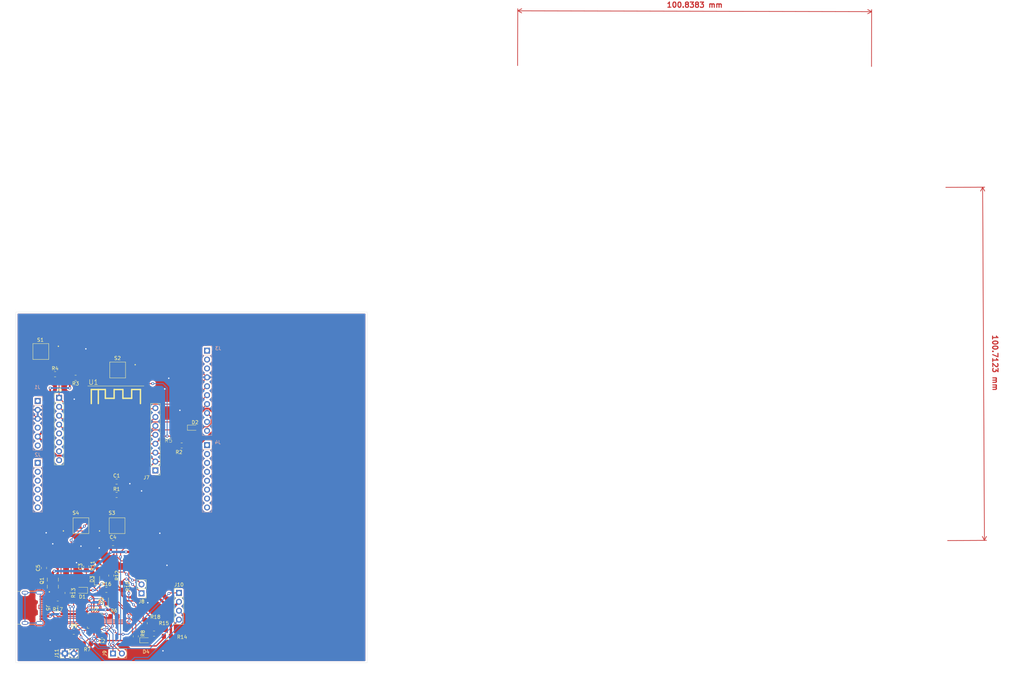
<source format=kicad_pcb>
(kicad_pcb (version 20211014) (generator pcbnew)
  (layers (0 "F.Cu" signal) (31 "B.Cu" signal) (34 "B.Paste" user) (35 "F.Paste" user) (36 "B.SilkS" user "B.Silkscreen") (37 "F.SilkS" user "F.Silkscreen") (38 "B.Mask" user) (39 "F.Mask" user) (44 "Edge.Cuts" user))
  (net 0 "")
  (net 1 "/3.3V1")
  (net 2 "GND")
  (net 3 "Net-(C2-Pad1)")
  (net 4 "Net-(C3-Pad1)")
  (net 5 "/VSNK_USBC")
  (net 6 "Net-(C4-Pad2)")
  (net 7 "Net-(C5-Pad1)")
  (net 8 "/VDD_USBC")
  (net 9 "Net-(D2-Pad1)")
  (net 10 "Net-(D3-Pad1)")
  (net 11 "Net-(D3-Pad2)")
  (net 12 "Net-(D4-Pad1)")
  (net 13 "Net-(D4-Pad2)")
  (net 14 "Net-(D5-Pad1)")
  (net 15 "Net-(D5-Pad2)")
  (net 17 "/5V_FPGA_OUT")
  (net 28 "/SCLK")
  (net 29 "/MISO")
  (net 30 "/MOSI")
  (net 31 "/GPIO15{slash}SS")
  (net 42 "Net-(J5-PadA5)")
  (net 43 "/D+")
  (net 44 "/D-")
  (net 46 "Net-(J5-PadB5)")
  (net 48 "unconnected-(J5-PadS1)")
  (net 49 "/ESP_RST")
  (net 50 "/ADC")
  (net 51 "/ESP_EN")
  (net 52 "/GPIO16")
  (net 58 "/LED_GPIO2_BOOT")
  (net 59 "/GPIO0")
  (net 60 "/GPIO4")
  (net 61 "/GPIO5")
  (net 62 "/RX")
  (net 63 "/TX")
  (net 64 "Net-(J8-Pad1)")
  (net 65 "Net-(J8-Pad2)")
  (net 66 "Net-(J9-Pad1)")
  (net 67 "Net-(J9-Pad2)")
  (net 68 "/alert")
  (net 69 "/USBC_SDA")
  (net 70 "/USBC_SCL")
  (net 71 "Net-(Q1-Pad4)")
  (net 72 "Net-(R6-Pad1)")
  (net 73 "Net-(R7-Pad2)")
  (net 74 "Net-(R8-Pad2)")
  (net 75 "Net-(R9-Pad1)")
  (net 76 "Net-(R13-Pad1)")
  (net 77 "Net-(R14-Pad1)")
  (footprint "TL3305AF160QG:SW_TL3305AF160QG" (layer "F.Cu") (at 144.276 100.969)
    (fp_text reference "S3")
    (fp_text value "TL3305AF160QG")
  )
  (footprint "LED_SMD:LED_0603_1608Metric_Pad1.05x0.95mm_HandSolder" (layer "F.Cu") (at 141.101 122.321 90)
    (fp_text reference "D5")
    (fp_text value "LED")
  )
  (footprint "Resistor_SMD:R_0805_2012Metric_Pad1.20x1.40mm_HandSolder" (layer "F.Cu") (at 132.461 58.801 180)
    (fp_text reference "R3")
    (fp_text value "10k")
  )
  (footprint "Resistor_SMD:R_0805_2012Metric_Pad1.20x1.40mm_HandSolder" (layer "F.Cu") (at 154.817 131.740856)
    (fp_text reference "R15")
    (fp_text value "1k")
  )
  (footprint "Connector_PinHeader_2.54mm:PinHeader_1x08_P2.54mm_Vertical" (layer "F.Cu") (at 155.194 85.217 180)
    (fp_text reference "J7")
    (fp_text value "Conn_01x08_Female")
  )
  (footprint "Resistor_SMD:R_0805_2012Metric_Pad1.20x1.40mm_HandSolder" (layer "F.Cu") (at 130.179 120.146 -90)
    (fp_text reference "R13")
    (fp_text value "2.2k")
  )
  (footprint "Resistor_SMD:R_0805_2012Metric_Pad1.20x1.40mm_HandSolder" (layer "F.Cu") (at 143.383 126.877)
    (fp_text reference "R6")
    (fp_text value "1k")
  )
  (footprint "TL3305AF160QG:SW_TL3305AF160QG" (layer "F.Cu") (at 144.43818 56.57229 180)
    (fp_text reference "S2")
    (fp_text value "TL3305AF160QG")
  )
  (footprint "Resistor_SMD:R_0805_2012Metric_Pad1.20x1.40mm_HandSolder" (layer "F.Cu") (at 149.61 132.518856 90)
    (fp_text reference "R8")
    (fp_text value "22k")
  )
  (footprint "Resistor_SMD:R_0805_2012Metric_Pad1.20x1.40mm_HandSolder" (layer "F.Cu") (at 141.228 119.273)
    (fp_text reference "R16")
    (fp_text value "1k")
  )
  (footprint "Resistor_SMD:R_0805_2012Metric_Pad1.20x1.40mm_HandSolder" (layer "F.Cu") (at 131.957 131.195)
    (fp_text reference "R9")
    (fp_text value "2.2k")
  )
  (footprint "Connector_PinHeader_2.54mm:PinHeader_1x02_P2.54mm_Vertical" (layer "F.Cu") (at 151.245 120.257 180)
    (fp_text reference "J8")
    (fp_text value "Conn_01x02_Male")
  )
  (footprint "Connector_PinHeader_2.54mm:PinHeader_1x04_P2.54mm_Vertical" (layer "F.Cu") (at 161.913 120.13)
    (fp_text reference "J10")
    (fp_text value "Conn_01x04_Male")
  )
  (footprint "Capacitor_SMD:C_0805_2012Metric_Pad1.18x1.45mm_HandSolder" (layer "F.Cu") (at 139.958 132.211 180)
    (fp_text reference "C2")
    (fp_text value "1uF")
  )
  (footprint "Resistor_SMD:R_0805_2012Metric_Pad1.20x1.40mm_HandSolder" (layer "F.Cu") (at 127.381 123.19 180)
    (fp_text reference "R17")
    (fp_text value "100k")
  )
  (footprint "Capacitor_SMD:C_0805_2012Metric_Pad1.18x1.45mm_HandSolder" (layer "F.Cu") (at 143.133 105.922)
    (fp_text reference "C4")
    (fp_text value "0.1uF")
  )
  (footprint "Resistor_SMD:R_0805_2012Metric_Pad1.20x1.40mm_HandSolder" (layer "F.Cu") (at 152.15 128.782 90)
    (fp_text reference "R18")
    (fp_text value "100")
  )
  (footprint "Resistor_SMD:R_0805_2012Metric_Pad1.20x1.40mm_HandSolder" (layer "F.Cu") (at 142.625 115.193 -90)
    (fp_text reference "R12")
    (fp_text value "100k")
  )
  (footprint "Diode_SMD:D_SOD-323" (layer "F.Cu") (at 134.37 119.384 180)
    (fp_text reference "D1")
    (fp_text value "BAT60A")
  )
  (footprint "TL3305AF160QG:SW_TL3305AF160QG" (layer "F.Cu") (at 122.555 51.308 180)
    (fp_text reference "S1")
    (fp_text value "TL3305AF160QG")
  )
  (footprint "Resistor_SMD:R_0805_2012Metric_Pad1.20x1.40mm_HandSolder" (layer "F.Cu") (at 145.673 118.257 -90)
    (fp_text reference "R10")
    (fp_text value "100k")
  )
  (footprint "LED_SMD:LED_0603_1608Metric_Pad1.05x0.95mm_HandSolder" (layer "F.Cu") (at 138.561 116.209 90)
    (fp_text reference "D3")
    (fp_text value "LED")
  )
  (footprint "445:R0805" (layer "F.Cu") (at 162.179 75.438)
    (fp_text reference "R5")
    (fp_text value "R-US_R0805")
  )
  (footprint "Connector_PinHeader_2.54mm:PinHeader_1x02_P2.54mm_Vertical" (layer "F.Cu") (at 143.112 137.402 90)
    (fp_text reference "J9")
    (fp_text value "Conn_01x02_Male")
  )
  (footprint "TL3305AF160QG:SW_TL3305AF160QG" (layer "F.Cu") (at 133.989 100.969)
    (fp_text reference "S4")
    (fp_text value "TL3305AF160QG")
  )
  (footprint "STL6P3LLH6:TRANS_STL6P3LLH6" (layer "F.Cu") (at 125.988 117.352 90)
    (fp_text reference "Q1")
    (fp_text value "STL6P3LLH6")
  )
  (footprint "Resistor_SMD:R_0805_2012Metric_Pad1.20x1.40mm_HandSolder" (layer "F.Cu") (at 162.687 78.105)
    (fp_text reference "R2")
    (fp_text value "10k")
  )
  (footprint "Resistor_SMD:R_0805_2012Metric_Pad1.20x1.40mm_HandSolder" (layer "F.Cu") (at 158.611 132.502856)
    (fp_text reference "R14")
    (fp_text value "1k")
  )
  (footprint "Resistor_SMD:R_0805_2012Metric_Pad1.20x1.40mm_HandSolder" (layer "F.Cu") (at 144.145 92.202)
    (fp_text reference "R1")
    (fp_text value "10k")
  )
  (footprint "Connector_USB:USB_C_Receptacle_GCT_USB4105-xx-A_16P_TopMnt_Horizontal" (layer "F.Cu") (at 119.109 124.385951 -90)
    (fp_text reference "J5")
    (fp_text value "USB_C_Receptacle_USB2.0")
  )
  (footprint "Capacitor_SMD:C_0805_2012Metric_Pad1.18x1.45mm_HandSolder" (layer "F.Cu") (at 123.448 113.034 90)
    (fp_text reference "C5")
    (fp_text value "1uF")
  )
  (footprint "Resistor_SMD:R_0805_2012Metric_Pad1.20x1.40mm_HandSolder" (layer "F.Cu") (at 126.619 57.785)
    (fp_text reference "R4")
    (fp_text value "10k")
  )
  (footprint "Package_DFN_QFN:QFN-24-1EP_4x4mm_P0.5mm_EP2.7x2.7mm" (layer "F.Cu") (at 137.926 128.147)
    (fp_text reference "U2")
    (fp_text value "STUSB4500QTR")
  )
  (footprint "Connector_PinHeader_2.54mm:PinHeader_1x08_P2.54mm_Vertical" (layer "F.Cu") (at 127.762 64.516)
    (fp_text reference "J6")
    (fp_text value "Conn_01x08_Female")
  )
  (footprint "Connector_PinHeader_2.54mm:PinHeader_1x02_P2.54mm_Vertical" (layer "F.Cu") (at 129.401 137.402 90)
    (fp_text reference "J11")
    (fp_text value "Conn_01x02_Male")
  )
  (footprint "Capacitor_SMD:C_0805_2012Metric_Pad1.18x1.45mm_HandSolder" (layer "F.Cu") (at 144.145 88.392)
    (fp_text reference "C1")
    (fp_text value "1uF")
  )
  (footprint "Capacitor_SMD:C_0805_2012Metric_Pad1.18x1.45mm_HandSolder" (layer "F.Cu") (at 135.513 112.653 90)
    (fp_text reference "C3")
    (fp_text value "1uF")
  )
  (footprint "Resistor_SMD:R_0805_2012Metric_Pad1.20x1.40mm_HandSolder" (layer "F.Cu") (at 138.942 112.399 90)
    (fp_text reference "R11")
    (fp_text value "1k")
  )
  (footprint "ESP-12F:ESP-12F" (layer "F.Cu") (at 143.55768 73.71729)
    (property "VALUE" "ESP-12F")
    (fp_text reference "U1")
    (fp_text value "ESP-12F")
  )
  (footprint "Resistor_SMD:R_0805_2012Metric_Pad1.20x1.40mm_HandSolder" (layer "F.Cu") (at 135.783 134.624 180)
    (fp_text reference "R7")
    (fp_text value "100k")
  )
  (footprint "LED_SMD:LED_0603_1608Metric_Pad1.05x0.95mm_HandSolder" (layer "F.Cu") (at 152.404 133.645856)
    (fp_text reference "D4")
    (fp_text value "LED")
  )
  (footprint "LED_SMD:LED_0603_1608Metric_Pad1.05x0.95mm_HandSolder" (layer "F.Cu") (at 165.989 73.025)
    (fp_text reference "D2")
    (fp_text value "LED")
  )
  (footprint "Connector_PinHeader_2.54mm:PinHeader_1x10_P2.54mm_Vertical" (layer "B.Cu") (at 169.926 51.059 180)
    (fp_text reference "J3")
    (fp_text value "Conn_01x10_Male")
  )
  (footprint "Connector_PinHeader_2.54mm:PinHeader_1x06_P2.54mm_Vertical" (layer "B.Cu") (at 121.666 65.405 180)
    (fp_text reference "J1")
    (fp_text value "Conn_01x06_Male")
  )
  (footprint "Connector_PinHeader_2.54mm:PinHeader_1x06_P2.54mm_Vertical" (layer "B.Cu") (at 121.666 83.058 180)
    (fp_text reference "J2")
    (fp_text value "Conn_01x06_Male")
  )
  (footprint "Connector_PinHeader_2.54mm:PinHeader_1x08_P2.54mm_Vertical" (layer "B.Cu") (at 169.926 77.993 180)
    (fp_text reference "J4")
    (fp_text value "Conn_01x08_Male")
  )
  (gr_rect (start 115.443 40.005) (end 215.519 140.081) (layer "Edge.Cuts") (width 0.05) (fill none))
  (dimension (type aligned) (layer "F.Cu") (pts (xy 380.413326 105.211489) (xy 379.905326 4.500489)) (height 11.000814) (gr_text "100.7123 mm" (at 394.462 54.538489 -89.71099474) (layer "F.Cu") (effects (font (size 1.5 1.5) (thickness 0.3)))) (format (units 3) (units_format 1) (precision 4)) (style (thickness 0.2) (arrow_length 1.27) (text_position_mode 2) (extension_height 0.58642) (extension_offset 0.5) keep_text_aligned))
  (dimension (type aligned) (layer "F.Cu") (pts (xy 258.40438 -29.720982) (xy 359.24238 -29.466982)) (height -16.126069) (gr_text "100.8383 mm" (at 308.868534 -47.519994 359.8556784) (layer "F.Cu") (effects (font (size 1.5 1.5) (thickness 0.3)))) (format (units 3) (units_format 1) (precision 4)) (style (thickness 0.2) (arrow_length 1.27) (text_position_mode 0) (extension_height 0.58642) (extension_offset 0.5) keep_text_aligned))
  (segment (start 152.311762 93.3044) (end 172.339 73.277162) (width 0.5) (layer "F.Cu") (net 1))
  (segment (start 142.1426 89.3569) (end 142.1426 92.922233) (width 0.5) (layer "F.Cu") (net 1))
  (segment (start 130.81 61.722) (end 130.81 59.452) (width 0.5) (layer "F.Cu") (net 1))
  (segment (start 121.666 75.565) (end 125.222 72.009) (width 0.5) (layer "F.Cu") (net 1))
  (segment (start 142.1426 92.922233) (end 142.524767 93.3044) (width 0.5) (layer "F.Cu") (net 1))
  (segment (start 135.53288 83.64729) (end 135.93768 83.64729) (width 0.5) (layer "F.Cu") (net 1))
  (segment (start 166.864 70.118) (end 166.864 73.025) (width 0.5) (layer "F.Cu") (net 1))
  (segment (start 128.635 58.801) (end 127.619 57.785) (width 0.5) (layer "F.Cu") (net 1))
  (segment (start 169.3954 67.5866) (end 166.864 70.118) (width 0.5) (layer "F.Cu") (net 1))
  (segment (start 132.89399 81.0084) (end 135.53288 83.64729) (width 0.5) (layer "F.Cu") (net 1))
  (segment (start 172.339 69.480838) (end 170.444762 67.5866) (width 0.5) (layer "F.Cu") (net 1))
  (segment (start 121.666 75.565) (end 127.1094 81.0084) (width 0.5) (layer "F.Cu") (net 1))
  (segment (start 142.524767 93.3044) (end 152.311762 93.3044) (width 0.5) (layer "F.Cu") (net 1))
  (segment (start 135.93768 84.64729) (end 139.68239 88.392) (width 0.5) (layer "F.Cu") (net 1))
  (segment (start 125.222 72.009) (end 125.222 61.722) (width 0.5) (layer "F.Cu") (net 1))
  (segment (start 135.93768 83.64729) (end 135.93768 84.64729) (width 0.5) (layer "F.Cu") (net 1))
  (segment (start 166.864 73.025) (end 166.864 74.928) (width 0.5) (layer "F.Cu") (net 1))
  (segment (start 131.461 58.801) (end 128.635 58.801) (width 0.5) (layer "F.Cu") (net 1))
  (segment (start 139.68239 88.392) (end 143.1075 88.392) (width 0.5) (layer "F.Cu") (net 1))
  (segment (start 130.81 59.452) (end 131.461 58.801) (width 0.5) (layer "F.Cu") (net 1))
  (segment (start 166.864 74.928) (end 163.687 78.105) (width 0.5) (layer "F.Cu") (net 1))
  (segment (start 170.444762 67.5866) (end 169.3954 67.5866) (width 0.5) (layer "F.Cu") (net 1))
  (segment (start 172.339 73.277162) (end 172.339 69.480838) (width 0.5) (layer "F.Cu") (net 1))
  (segment (start 127.1094 81.0084) (end 132.89399 81.0084) (width 0.5) (layer "F.Cu") (net 1))
  (segment (start 143.1075 88.392) (end 142.1426 89.3569) (width 0.5) (layer "F.Cu") (net 1))
  (via (at 125.222 61.722) (size 0.8) (drill 0.4) (layers "F.Cu" "B.Cu") (net 1))
  (via (at 130.81 61.722) (size 0.8) (drill 0.4) (layers "F.Cu" "B.Cu") (net 1))
  (segment (start 125.222 61.722) (end 130.81 61.722) (width 0.5) (layer "B.Cu") (net 1))
  (segment (start 131.941 137.402) (end 129.401 137.402) (width 0.25) (layer "F.Cu") (net 2))
  (segment (start 123.554 120.420951) (end 122.789 121.185951) (width 0.25) (layer "F.Cu") (net 2))
  (segment (start 146.939 88.392) (end 147.539859 88.992859) (width 0.25) (layer "F.Cu") (net 2))
  (segment (start 132.719 111.51) (end 135.4075 111.51) (width 0.25) (layer "F.Cu") (net 2))
  (segment (start 117.8776 66.6966) (end 117.8776 50.8854) (width 0.25) (layer "F.Cu") (net 2))
  (segment (start 126.155 49.808) (end 131.41929 55.07229) (width 0.25) (layer "F.Cu") (net 2))
  (segment (start 120.4 116.65108) (end 122.717551 118.968631) (width 0.25) (layer "F.Cu") (net 2))
  (segment (start 122.717551 119.288551) (end 123.08601 119.288551) (width 0.25) (layer "F.Cu") (net 2))
  (segment (start 123.08601 129.483351) (end 123.5414 129.027961) (width 0.25) (layer "F.Cu") (net 2))
  (segment (start 133.703 135.64) (end 131.068 135.64) (width 0.25) (layer "F.Cu") (net 2))
  (segment (start 138.303 131.5935) (end 138.303 130.629691) (width 0.25) (layer "F.Cu") (net 2))
  (segment (start 138.303 130.629691) (end 138.176 130.502691) (width 0.25) (layer "F.Cu") (net 2))
  (segment (start 120.8866 119.743941) (end 120.8866 129.027961) (width 0.25) (layer "F.Cu") (net 2))
  (segment (start 152.146 58.13011) (end 154.01511 58.13011) (width 0.25) (layer "F.Cu") (net 2))
  (segment (start 154.01511 58.13011) (end 157.861 61.976) (width 0.25) (layer "F.Cu") (net 2))
  (segment (start 166.629 61.976) (end 169.926 58.679) (width 0.25) (layer "F.Cu") (net 2))
  (segment (start 138.176 130.502691) (end 138.176 130.1095) (width 0.25) (layer "F.Cu") (net 2))
  (segment (start 135.767 135.64) (end 133.703 135.64) (width 0.25) (layer "F.Cu") (net 2))
  (segment (start 126.155 49.808) (end 118.955 49.808) (width 0.25) (layer "F.Cu") (net 2))
  (segment (start 136.783 134.624) (end 135.767 135.64) (width 0.25) (layer "F.Cu") (net 2))
  (segment (start 133.703 135.64) (end 131.941 137.402) (width 0.25) (layer "F.Cu") (net 2))
  (segment (start 120.8866 129.027961) (end 121.34199 129.483351) (width 0.25) (layer "F.Cu") (net 2))
  (segment (start 123.554 119.756541) (end 123.554 120.420951) (width 0.25) (layer "F.Cu") (net 2))
  (segment (start 131.068 135.64) (end 131.052 135.624) (width 0.25) (layer "F.Cu") (net 2))
  (segment (start 166.31929 55.07229) (end 169.926 58.679) (width 0.25) (layer "F.Cu") (net 2))
  (segment (start 146.939 88.392) (end 147.94297 88.392) (width 0.25) (layer "F.Cu") (net 2))
  (segment (start 123.08601 119.288551) (end 123.554 119.756541) (width 0.25) (layer "F.Cu") (net 2))
  (segment (start 138.176 130.1095) (end 138.176 128.397) (width 0.25) (layer "F.Cu") (net 2))
  (segment (start 131.052 135.624) (end 130.798 135.624) (width 0.25) (layer "F.Cu") (net 2))
  (segment (start 147.94297 88.392) (end 151.93768 84.39729) (width 0.25) (layer "F.Cu") (net 2))
  (segment (start 120.4 115.0445) (end 120.4 116.65108) (width 0.25) (layer "F.Cu") (net 2))
  (segment (start 145.1825 88.392) (end 146.939 88.392) (width 0.25) (layer "F.Cu") (net 2))
  (segment (start 129.02 133.846) (end 129.02 133.816951) (width 0.25) (layer "F.Cu") (net 2))
  (segment (start 143.9125 91.4345) (end 143.9125 89.662) (width 0.25) (layer "F.Cu") (net 2))
  (segment (start 121.34199 119.288551) (end 120.8866 119.743941) (width 0.25) (layer "F.Cu") (net 2))
  (segment (start 121.666 70.485) (end 117.8776 66.6966) (width 0.25) (layer "F.Cu") (net 2))
  (segment (start 121.34199 129.483351) (end 123.08601 129.483351) (width 0.25) (layer "F.Cu") (net 2))
  (segment (start 131.41929 55.07229) (end 140.83818 55.07229) (width 0.25) (layer "F.Cu") (net 2))
  (segment (start 149.08818 55.07229) (end 152.146 58.13011) (width 0.25) (layer "F.Cu") (net 2))
  (segment (start 130.798 135.624) (end 129.02 133.846) (width 0.25) (layer "F.Cu") (net 2))
  (segment (start 143.9125 89.662) (end 145.1825 88.392) (width 0.25) (layer "F.Cu") (net 2))
  (segment (start 157.861 61.976) (end 166.629 61.976) (width 0.25) (layer "F.Cu") (net 2))
  (segment (start 123.448 108.647718) (end 123.448 111.9965) (width 0.25) (layer "F.Cu") (net 2))
  (segment (start 123.5414 128.338351) (end 122.789 127.585951) (width 0.25) (layer "F.Cu") (net 2))
  (segment (start 148.03818 55.07229) (end 149.08818 55.07229) (width 0.25) (layer "F.Cu") (net 2))
  (segment (start 147.539859 88.992859) (end 147.920859 88.992859) (width 0.25) (layer "F.Cu") (net 2))
  (segment (start 125.953859 106.141859) (end 123.448 108.647718) (width 0.25) (layer "F.Cu") (net 2))
  (segment locked (start 121.666 70.485) (end 121.666 67.945) (width 0.25) (layer "F.Cu") (net 2))
  (segment (start 140.83818 55.07229) (end 148.03818 55.07229) (width 0.25) (layer "F.Cu") (net 2))
  (segment (start 138.9205 132.4865) (end 136.783 134.624) (width 0.25) (layer "F.Cu") (net 2))
  (segment (start 129.02 133.816951) (end 122.789 127.585951) (width 0.25) (layer "F.Cu") (net 2))
  (segment (start 122.717551 118.968631) (end 122.717551 119.288551) (width 0.25) (layer "F.Cu") (net 2))
  (segment (start 148.03818 55.07229) (end 166.31929 55.07229) (width 0.25) (layer "F.Cu") (net 2))
  (segment (start 138.9205 132.211) (end 138.303 131.5935) (width 0.25) (layer "F.Cu") (net 2))
  (segment (start 123.448 111.9965) (end 120.4 115.0445) (width 0.25) (layer "F.Cu") (net 2))
  (segment (start 143.145 92.202) (end 143.9125 91.4345) (width 0.25) (layer "F.Cu") (net 2))
  (segment (start 117.8776 50.8854) (end 118.955 49.808) (width 0.25) (layer "F.Cu") (net 2))
  (segment (start 151.93768 84.39729) (end 151.93768 83.64729) (width 0.25) (layer "F.Cu") (net 2))
  (segment (start 123.5414 129.027961) (end 123.5414 128.338351) (width 0.25) (layer "F.Cu") (net 2))
  (segment (start 122.717551 119.288551) (end 121.34199 119.288551) (width 0.25) (layer "F.Cu") (net 2))
  (via (at 153.035 122.936) (size 0.8) (drill 0.4) (layers "F.Cu" "B.Cu") (net 2))
  (via (at 156.464 103.124) (size 0.8) (drill 0.4) (layers "F.Cu" "B.Cu") (net 2))
  (via (at 124.079 102.997) (size 0.8) (drill 0.4) (layers "F.Cu" "B.Cu") (net 2))
  (via (at 162.179 68.072) (size 0.8) (drill 0.4) (layers "F.Cu" "B.Cu") (net 2))
  (via (at 132.719 111.51) (size 0.8) (drill 0.4) (layers "F.Cu" "B.Cu") (net 2))
  (via (at 125.222 133.604) (size 0.8) (drill 0.4) (layers "F.Cu" "B.Cu") (net 2))
  (via (at 157.861 61.976) (size 0.8) (drill 0.4) (layers "F.Cu" "B.Cu") (net 2))
  (via (at 135.382 50.546) (size 0.8) (drill 0.4) (layers "F.Cu" "B.Cu") (net 2))
  (via (at 158.496 112.268) (size 0.8) (drill 0.4) (layers "F.Cu" "B.Cu") (net 2))
  (via (at 132.08 64.897) (size 0.8) (drill 0.4) (layers "F.Cu" "B.Cu") (net 2))
  (via (at 147.920859 88.992859) (size 0.8) (drill 0.4) (layers "F.Cu" "B.Cu") (net 2))
  (via (at 139.192 107.315) (size 0.8) (drill 0.4) (layers "F.Cu" "B.Cu") (net 2))
  (via (at 151.257 91.059) (size 0.8) (drill 0.4) (layers "F.Cu" "B.Cu") (net 2))
  (via (at 125.953859 106.141859) (size 0.8) (drill 0.4) (layers "F.Cu" "B.Cu") (net 2))
  (via (at 159.004 58.928) (size 0.8) (drill 0.4) (layers "F.Cu" "B.Cu") (net 2))
  (via (at 157.353 136.652) (size 0.8) (drill 0.4) (layers "F.Cu" "B.Cu") (net 2))
  (via (at 133.985 106.807) (size 0.8) (drill 0.4) (layers "F.Cu" "B.Cu") (net 2))
  (segment (start 147.920859 89.35023) (end 147.920859 88.992859) (width 0.25) (layer "B.Cu") (net 2))
  (segment (start 125.953859 106.141859) (end 131.12923 106.141859) (width 0.25) (layer "B.Cu") (net 2))
  (segment (start 131.12923 106.141859) (end 147.920859 89.35023) (width 0.25) (layer "B.Cu") (net 2))
  (segment (start 147.920859 88.992859) (end 153.672941 88.992859) (width 0.25) (layer "B.Cu") (net 2))
  (segment (start 157.861 84.8048) (end 157.861 61.976) (width 0.25) (layer "B.Cu") (net 2))
  (segment (start 125.953859 106.141859) (end 131.322 111.51) (width 0.25) (layer "B.Cu") (net 2))
  (segment (start 153.672941 88.992859) (end 157.861 84.8048) (width 0.25) (layer "B.Cu") (net 2))
  (segment (start 131.322 111.51) (end 132.719 111.51) (width 0.25) (layer "B.Cu") (net 2))
  (segment (start 137.176 125.645091) (end 137.176 126.1845) (width 0.25) (layer "F.Cu") (net 3))
  (segment (start 140.9955 132.211) (end 140.9955 131.5804) (width 0.25) (layer "F.Cu") (net 3))
  (segment (start 140.9955 131.5804) (end 143.002 129.5739) (width 0.25) (layer "F.Cu") (net 3))
  (segment (start 136.779 121.793) (end 136.508 122.064) (width 0.25) (layer "F.Cu") (net 3))
  (segment (start 136.9524 125.421491) (end 137.176 125.645091) (width 0.25) (layer "F.Cu") (net 3))
  (segment (start 133.32 119.384) (end 136.508 122.572) (width 0.25) (layer "F.Cu") (net 3))
  (segment (start 136.508 122.572) (end 136.9524 123.0164) (width 0.25) (layer "F.Cu") (net 3))
  (segment (start 136.508 122.064) (end 136.508 122.572) (width 0.25) (layer "F.Cu") (net 3))
  (segment (start 136.9524 123.0164) (end 136.9524 125.421491) (width 0.25) (layer "F.Cu") (net 3))
  (via (at 136.779 121.793) (size 0.8) (drill 0.4) (layers "F.Cu" "B.Cu") (net 3))
  (via (at 143.002 129.5739) (size 0.8) (drill 0.4) (layers "F.Cu" "B.Cu") (net 3))
  (segment (start 139.827 122.174) (end 139.446 121.793) (width 0.25) (layer "B.Cu") (net 3))
  (segment (start 139.446 121.793) (end 136.779 121.793) (width 0.25) (layer "B.Cu") (net 3))
  (segment (start 143.002 129.5739) (end 143.002 126.042011) (width 0.25) (layer "B.Cu") (net 3))
  (segment (start 140.716 123.756011) (end 140.716 123.19) (width 0.25) (layer "B.Cu") (net 3))
  (segment (start 143.002 126.042011) (end 140.716 123.756011) (width 0.25) (layer "B.Cu") (net 3))
  (segment (start 140.716 123.063) (end 139.827 122.174) (width 0.25) (layer "B.Cu") (net 3))
  (segment (start 140.716 123.19) (end 140.716 123.063) (width 0.25) (layer "B.Cu") (net 3))
  (segment (start 135.513 116.336) (end 135.513 113.6905) (width 0.25) (layer "F.Cu") (net 4))
  (segment (start 138.9482 120.108136) (end 138.9482 119.7712) (width 0.25) (layer "F.Cu") (net 4))
  (segment (start 139.2976 124.175471) (end 138.766709 123.64458) (width 0.25) (layer "F.Cu") (net 4))
  (segment (start 139.9462 121.57055) (end 139.9462 121.106136) (width 0.25) (layer "F.Cu") (net 4))
  (segment (start 138.766709 122.750042) (end 139.9462 121.57055) (width 0.25) (layer "F.Cu") (net 4))
  (segment (start 138.176 126.1845) (end 138.176 125.722229) (width 0.25) (layer "F.Cu") (net 4))
  (segment (start 138.176 125.722229) (end 139.2976 124.600629) (width 0.25) (layer "F.Cu") (net 4))
  (segment (start 138.766709 123.64458) (end 138.766709 122.750042) (width 0.25) (layer "F.Cu") (net 4))
  (segment (start 139.2976 124.600629) (end 139.2976 124.175471) (width 0.25) (layer "F.Cu") (net 4))
  (segment (start 138.9482 119.7712) (end 135.513 116.336) (width 0.25) (layer "F.Cu") (net 4))
  (segment (start 139.9462 121.106136) (end 138.9482 120.108136) (width 0.25) (layer "F.Cu") (net 4))
  (segment (start 142.494 106.3205) (end 142.0955 105.922) (width 0.675) (layer "F.Cu") (net 5))
  (segment (start 151.003 108.458) (end 146.812 108.458) (width 0.675) (layer "F.Cu") (net 5))
  (segment (start 125.988 116.652) (end 125.988 114.296) (width 0.675) (layer "F.Cu") (net 5))
  (segment (start 153.543 118.904) (end 153.543 110.998) (width 0.675) (layer "F.Cu") (net 5))
  (segment (start 159.611 124.972) (end 161.913 122.67) (width 0.675) (layer "F.Cu") (net 5))
  (segment (start 142.494 108.458) (end 142.494 106.3205) (width 0.675) (layer "F.Cu") (net 5))
  (segment (start 125.988 114.296) (end 126.365 113.919) (width 0.675) (layer "F.Cu") (net 5))
  (segment (start 159.611 132.502856) (end 159.611 124.972) (width 0.675) (layer "F.Cu") (net 5))
  (segment (start 153.543 110.998) (end 151.003 108.458) (width 0.675) (layer "F.Cu") (net 5))
  (segment (start 159.611 124.972) (end 153.543 118.904) (width 0.675) (layer "F.Cu") (net 5))
  (via (at 142.494 108.458) (size 0.8) (drill 0.4) (layers "F.Cu" "B.Cu") (net 5))
  (via (at 126.365 113.919) (size 0.8) (drill 0.4) (layers "F.Cu" "B.Cu") (net 5))
  (via (at 146.812 108.458) (size 0.8) (drill 0.4) (layers "F.Cu" "B.Cu") (net 5))
  (segment (start 146.812 108.458) (end 142.494 108.458) (width 0.675) (layer "B.Cu") (net 5))
  (segment (start 142.494 108.458) (end 137.033 113.919) (width 0.675) (layer "B.Cu") (net 5))
  (segment (start 137.033 113.919) (end 126.365 113.919) (width 0.675) (layer "B.Cu") (net 5))
  (segment (start 144.1705 109.695489) (end 145.473011 110.998) (width 0.25) (layer "F.Cu") (net 6))
  (segment (start 149.004359 123.545641) (end 151.769 126.310282) (width 0.25) (layer "F.Cu") (net 6))
  (segment (start 147.066 110.998) (end 147.612141 111.544141) (width 0.25) (layer "F.Cu") (net 6))
  (segment (start 151.769 126.310282) (end 151.769 127.401) (width 0.25) (layer "F.Cu") (net 6))
  (segment (start 145.473011 110.998) (end 147.066 110.998) (width 0.25) (layer "F.Cu") (net 6))
  (segment (start 147.612141 111.544141) (end 147.612141 120.238859) (width 0.25) (layer "F.Cu") (net 6))
  (segment (start 144.1705 105.922) (end 144.1705 109.695489) (width 0.25) (layer "F.Cu") (net 6))
  (via (at 147.612141 120.238859) (size 0.8) (drill 0.4) (layers "F.Cu" "B.Cu") (net 6))
  (via (at 149.004359 123.545641) (size 0.8) (drill 0.4) (layers "F.Cu" "B.Cu") (net 6))
  (segment (start 147.612141 120.238859) (end 147.612141 122.153423) (width 0.25) (layer "B.Cu") (net 6))
  (segment (start 147.612141 122.153423) (end 149.004359 123.545641) (width 0.25) (layer "B.Cu") (net 6))
  (segment (start 127.889 126.2201) (end 127.9246 126.1845) (width 0.675) (layer "F.Cu") (net 7))
  (segment (start 129.3755 126.1845) (end 134.6935 126.1845) (width 0.675) (layer "F.Cu") (net 7))
  (segment (start 126.381 123.19) (end 129.3755 126.1845) (width 0.675) (layer "F.Cu") (net 7))
  (segment (start 140.97 124.968) (end 142.474 124.968) (width 0.675) (layer "F.Cu") (net 7))
  (segment (start 123.063 118.11) (end 123.063 114.4565) (width 0.675) (layer "F.Cu") (net 7))
  (segment (start 125.013 118.877) (end 123.83 118.877) (width 0.675) (layer "F.Cu") (net 7))
  (segment (start 123.83 118.877) (end 123.063 118.11) (width 0.675) (layer "F.Cu") (net 7))
  (segment (start 134.6935 126.1845) (end 134.9275 126.1845) (width 0.675) (layer "F.Cu") (net 7))
  (segment (start 134.9275 126.1845) (end 136.144 124.968) (width 0.675) (layer "F.Cu") (net 7))
  (segment (start 134.6935 126.1845) (end 136.5611 126.1845) (width 0.675) (layer "F.Cu") (net 7))
  (segment (start 123.063 114.4565) (end 123.448 114.0715) (width 0.675) (layer "F.Cu") (net 7))
  (segment (start 125.663 118.877) (end 126.2211 118.877) (width 0.675) (layer "F.Cu") (net 7))
  (segment (start 125.166768 126.785951) (end 122.789 126.785951) (width 0.675) (layer "F.Cu") (net 7))
  (segment (start 125.013 118.877) (end 125.663 118.877) (width 0.675) (layer "F.Cu") (net 7))
  (segment (start 142.474 124.968) (end 144.383 126.877) (width 0.675) (layer "F.Cu") (net 7))
  (segment (start 127.9246 126.1845) (end 129.3755 126.1845) (width 0.675) (layer "F.Cu") (net 7))
  (segment (start 122.789 121.985951) (end 125.176951 121.985951) (width 0.675) (layer "F.Cu") (net 7))
  (segment (start 126.2211 120.941802) (end 126.2211 118.877) (width 0.675) (layer "F.Cu") (net 7))
  (segment (start 125.176951 121.985951) (end 126.2211 120.941802) (width 0.675) (layer "F.Cu") (net 7))
  (segment (start 125.176951 121.985951) (end 126.381 123.19) (width 0.675) (layer "F.Cu") (net 7))
  (segment (start 125.193668 126.812851) (end 125.166768 126.785951) (width 0.675) (layer "F.Cu") (net 7))
  (via (at 140.97 124.968) (size 0.8) (drill 0.4) (layers "F.Cu" "B.Cu") (net 7))
  (via (at 136.144 124.968) (size 0.8) (drill 0.4) (layers "F.Cu" "B.Cu") (net 7))
  (via (at 125.193668 126.812851) (size 0.8) (drill 0.4) (layers "F.Cu" "B.Cu") (net 7))
  (via (at 127.889 126.2201) (size 0.8) (drill 0.4) (layers "F.Cu" "B.Cu") (net 7))
  (segment (start 125.786419 126.2201) (end 127.889 126.2201) (width 0.675) (layer "B.Cu") (net 7))
  (segment (start 136.144 124.968) (end 140.97 124.968) (width 0.675) (layer "B.Cu") (net 7))
  (segment (start 125.193668 126.812851) (end 125.786419 126.2201) (width 0.675) (layer "B.Cu") (net 7))
  (segment (start 140.0023 117.602) (end 141.859 117.602) (width 0.375) (layer "F.Cu") (net 8))
  (segment (start 142.625 116.209) (end 142.625 116.193) (width 0.375) (layer "F.Cu") (net 8))
  (segment (start 155.817 129.02) (end 155.817 131.740856) (width 0.375) (layer "F.Cu") (net 8))
  (segment (start 145.657 119.273) (end 145.673 119.257) (width 0.375) (layer "F.Cu") (net 8))
  (segment (start 138.942 111.399) (end 137.589 110.046) (width 0.25) (layer "F.Cu") (net 8))
  (segment (start 139.938648 117.538348) (end 140.0023 117.602) (width 0.375) (layer "F.Cu") (net 8))
  (segment (start 147.193 122.428) (end 149.225 122.428) (width 0.375) (layer "F.Cu") (net 8))
  (segment (start 137.676 121.64) (end 135.42 119.384) (width 0.375) (layer "F.Cu") (net 8))
  (segment (start 147.876 99.469) (end 140.676 99.469) (width 0.25) (layer "F.Cu") (net 8))
  (segment (start 145.669 119.350095) (end 145.669 120.904) (width 0.375) (layer "F.Cu") (net 8))
  (segment (start 130.389 102.469) (end 137.589 102.469) (width 0.25) (layer "F.Cu") (net 8))
  (segment (start 145.673 119.257) (end 145.673 119.346095) (width 0.375) (layer "F.Cu") (net 8))
  (segment (start 141.859 117.602) (end 142.228 117.971) (width 0.375) (layer "F.Cu") (net 8))
  (segment (start 145.669 120.904) (end 147.193 122.428) (width 0.375) (layer "F.Cu") (net 8))
  (segment (start 137.589 110.046) (end 137.589 102.469) (width 0.25) (layer "F.Cu") (net 8))
  (segment (start 135.42 119.384) (end 137.41 119.384) (width 0.375) (layer "F.Cu") (net 8))
  (segment (start 137.676 126.1845) (end 137.676 121.64) (width 0.375) (layer "F.Cu") (net 8))
  (segment (start 145.673 119.257) (end 142.625 116.209) (width 0.375) (layer "F.Cu") (net 8))
  (segment (start 140.589 99.469) (end 137.589 102.469) (width 0.25) (layer "F.Cu") (net 8))
  (segment (start 142.228 119.273) (end 145.657 119.273) (width 0.375) (layer "F.Cu") (net 8))
  (segment (start 140.716 114.3) (end 140.716 113.173) (width 0.375) (layer "F.Cu") (net 8))
  (segment (start 142.625 116.193) (end 142.609 116.193) (width 0.375) (layer "F.Cu") (net 8))
  (segment (start 145.673 119.346095) (end 145.669 119.350095) (width 0.375) (layer "F.Cu") (net 8))
  (segment (start 149.225 122.428) (end 155.817 129.02) (width 0.375) (layer "F.Cu") (net 8))
  (segment (start 142.228 117.971) (end 142.228 119.273) (width 0.375) (layer "F.Cu") (net 8))
  (segment (start 142.609 116.193) (end 140.716 114.3) (width 0.375) (layer "F.Cu") (net 8))
  (segment (start 140.716 113.173) (end 138.942 111.399) (width 0.375) (layer "F.Cu") (net 8))
  (segment (start 137.41 119.384) (end 137.414 119.38) (width 0.375) (layer "F.Cu") (net 8))
  (via (at 137.414 119.38) (size 0.8) (drill 0.4) (layers "F.Cu" "B.Cu") (net 8))
  (via (at 139.938648 117.538348) (size 0.8) (drill 0.4) (layers "F.Cu" "B.Cu") (net 8))
  (segment (start 138.096996 119.38) (end 139.938648 117.538348) (width 0.375) (layer "B.Cu") (net 8))
  (segment (start 137.414 119.38) (end 138.096996 119.38) (width 0.375) (layer "B.Cu") (net 8))
  (segment (start 163.129 75.438) (end 165.114 73.453) (width 0.25) (layer "F.Cu") (net 9))
  (segment (start 165.114 73.453) (end 165.114 73.025) (width 0.25) (layer "F.Cu") (net 9))
  (segment (start 140.3486 120.939456) (end 139.3506 119.941456) (width 0.25) (layer "F.Cu") (net 10))
  (segment (start 139.3506 117.8736) (end 138.676 117.199) (width 0.25) (layer "F.Cu") (net 10))
  (segment (start 139.169109 123.4779) (end 139.169109 122.916722) (width 0.25) (layer "F.Cu") (net 10))
  (segment (start 139.169109 122.916722) (end 140.3486 121.737231) (width 0.25) (layer "F.Cu") (net 10))
  (segment (start 139.3506 119.941456) (end 139.3506 117.8736) (width 0.25) (layer "F.Cu") (net 10))
  (segment (start 140.3486 121.737231) (end 140.3486 120.939456) (width 0.25) (layer "F.Cu") (net 10))
  (segment (start 138.676 126.1845) (end 138.676 125.791309) (width 0.25) (layer "F.Cu") (net 10))
  (segment (start 138.676 125.791309) (end 139.7 124.767309) (width 0.25) (layer "F.Cu") (net 10))
  (segment (start 139.7 124.008791) (end 139.169109 123.4779) (width 0.25) (layer "F.Cu") (net 10))
  (segment (start 139.7 124.767309) (end 139.7 124.008791) (width 0.25) (layer "F.Cu") (net 10))
  (segment (start 138.942 113.399) (end 138.942 114.953) (width 0.25) (layer "F.Cu") (net 11))
  (segment (start 138.942 114.953) (end 138.561 115.334) (width 0.25) (layer "F.Cu") (net 11))
  (segment (start 149.186744 132.641456) (end 148.6326 132.087312) (width 0.25) (layer "F.Cu") (net 12))
  (segment (start 148.6326 132.087312) (end 148.6326 129.5826) (width 0.25) (layer "F.Cu") (net 12))
  (segment (start 150.5246 132.641456) (end 149.186744 132.641456) (width 0.25) (layer "F.Cu") (net 12))
  (segment (start 147.947 128.897) (end 139.8885 128.897) (width 0.25) (layer "F.Cu") (net 12))
  (segment (start 151.529 133.645856) (end 150.5246 132.641456) (width 0.25) (layer "F.Cu") (net 12))
  (segment (start 148.6326 129.5826) (end 147.947 128.897) (width 0.25) (layer "F.Cu") (net 12))
  (segment (start 153.817 133.107856) (end 153.279 133.645856) (width 0.25) (layer "F.Cu") (net 13))
  (segment (start 153.817 131.740856) (end 153.817 133.107856) (width 0.25) (layer "F.Cu") (net 13))
  (segment (start 144.405 123.196) (end 147.705 126.496) (width 0.25) (layer "F.Cu") (net 14))
  (segment (start 139.8885 128.397) (end 147.455 128.397) (width 0.25) (layer "F.Cu") (net 14))
  (segment (start 147.705 126.496) (end 147.705 126.7081) (width 0.25) (layer "F.Cu") (net 14))
  (segment (start 141.101 123.196) (end 144.405 123.196) (width 0.25) (layer "F.Cu") (net 14))
  (segment (start 147.455 128.397) (end 147.705 128.147) (width 0.25) (layer "F.Cu") (net 14))
  (via (at 147.705 126.7081) (size 0.8) (drill 0.4) (layers "F.Cu" "B.Cu") (net 14))
  (via (at 147.705 128.147) (size 0.8) (drill 0.4) (layers "F.Cu" "B.Cu") (net 14))
  (segment (start 147.705 128.147) (end 147.705 126.7081) (width 0.25) (layer "B.Cu") (net 14))
  (segment (start 141.101 121.446) (end 141.101 120.146) (width 0.25) (layer "F.Cu") (net 15))
  (segment (start 141.101 120.146) (end 140.228 119.273) (width 0.25) (layer "F.Cu") (net 15))
  (segment (start 151.681858 68.86989) (end 144.71508 68.86989) (width 0.25) (layer "F.Cu") (net 28))
  (segment (start 154.242148 66.3096) (end 151.681858 68.86989) (width 0.25) (layer "F.Cu") (net 28))
  (segment (start 169.926 61.219) (end 164.8354 66.3096) (width 0.25) (layer "F.Cu") (net 28))
  (segment (start 144.71508 68.86989) (end 135.93768 77.64729) (width 0.25) (layer "F.Cu") (net 28))
  (segment (start 164.8354 66.3096) (end 154.242148 66.3096) (width 0.25) (layer "F.Cu") (net 28))
  (segment (start 169.926 63.759) (end 162.2954 71.3896) (width 0.25) (layer "F.Cu") (net 29))
  (segment (start 162.2954 71.3896) (end 154.35048 71.3896) (width 0.25) (layer "F.Cu") (net 29))
  (segment (start 154.35048 71.3896) (end 152.87019 72.86989) (width 0.25) (layer "F.Cu") (net 29))
  (segment (start 142.71508 72.86989) (end 135.93768 79.64729) (width 0.25) (layer "F.Cu") (net 29))
  (segment (start 152.87019 72.86989) (end 142.71508 72.86989) (width 0.25) (layer "F.Cu") (net 29))
  (segment (start 142.73383 74.85114) (end 135.93768 81.64729) (width 0.25) (layer "F.Cu") (net 30))
  (segment (start 162.565 73.66) (end 154.686 73.66) (width 0.25) (layer "F.Cu") (net 30))
  (segment (start 169.926 66.299) (end 162.565 73.66) (width 0.25) (layer "F.Cu") (net 30))
  (segment (start 153.49486 74.85114) (end 142.73383 74.85114) (width 0.25) (layer "F.Cu") (net 30))
  (segment (start 154.686 73.66) (end 153.49486 74.85114) (width 0.25) (layer "F.Cu") (net 30))
  (segment (start 169.1434 72.7916) (end 168.021 73.914) (width 0.25) (layer "F.Cu") (net 31))
  (segment (start 168.021 73.914) (end 168.021 76.205856) (width 0.25) (layer "F.Cu") (net 31))
  (segment (start 170.107785 72.7916) (end 169.1434 72.7916) (width 0.25) (layer "F.Cu") (net 31))
  (segment (start 169.926 68.839) (end 171.0534 69.9664) (width 0.25) (layer "F.Cu") (net 31))
  (segment (start 146.161 91.186) (end 146.685 91.186) (width 0.25) (layer "F.Cu") (net 31))
  (segment (start 154.16429 81.64729) (end 155.194 82.677) (width 0.25) (layer "F.Cu") (net 31))
  (segment (start 161.549856 82.677) (end 155.194 82.677) (width 0.25) (layer "F.Cu") (net 31))
  (segment (start 171.0534 71.845985) (end 170.107785 72.7916) (width 0.25) (layer "F.Cu") (net 31))
  (segment (start 168.021 76.205856) (end 161.549856 82.677) (width 0.25) (layer "F.Cu") (net 31))
  (segment (start 171.0534 69.9664) (end 171.0534 71.845985) (width 0.25) (layer "F.Cu") (net 31))
  (segment (start 151.93768 81.64729) (end 154.16429 81.64729) (width 0.25) (layer "F.Cu") (net 31))
  (segment (start 145.145 92.202) (end 146.161 91.186) (width 0.25) (layer "F.Cu") (net 31))
  (segment (start 146.685 91.186) (end 155.194 82.677) (width 0.25) (layer "F.Cu") (net 31))
  (segment (start 122.789 123.135951) (end 123.5688 123.135951) (width 0.25) (layer "F.Cu") (net 42))
  (segment (start 123.5688 123.135951) (end 127.329849 126.897) (width 0.25) (layer "F.Cu") (net 42))
  (segment (start 128.421 126.897) (end 128.921 127.397) (width 0.25) (layer "F.Cu") (net 42))
  (segment (start 128.921 127.397) (end 135.9635 127.397) (width 0.25) (layer "F.Cu") (net 42))
  (segment (start 127.329849 126.897) (end 128.421 126.897) (width 0.25) (layer "F.Cu") (net 42))
  (segment (start 127.329849 126.897) (end 135.9635 126.897) (width 0.25) (layer "F.Cu") (net 42))
  (segment (start 135.9635 127.397) (end 135.9635 126.897) (width 0.25) (layer "F.Cu") (net 42))
  (segment (start 123.564 125.135951) (end 123.6164 125.083551) (width 0.2) (layer "F.Cu") (net 43))
  (segment (start 123.6164 125.083551) (end 123.6164 124.321351) (width 0.2) (layer "F.Cu") (net 43))
  (segment (start 123.6164 124.321351) (end 123.431 124.135951) (width 0.2) (layer "F.Cu") (net 43))
  (segment (start 123.431 124.135951) (end 122.789 124.135951) (width 0.2) (layer "F.Cu") (net 43))
  (segment (start 122.789 125.135951) (end 123.564 125.135951) (width 0.2) (layer "F.Cu") (net 43))
  (segment (start 121.9616 124.583551) (end 122.014 124.635951) (width 0.2) (layer "F.Cu") (net 44))
  (segment (start 122.789 123.635951) (end 122.014 123.635951) (width 0.2) (layer "F.Cu") (net 44))
  (segment (start 122.014 123.635951) (end 121.9616 123.688351) (width 0.2) (layer "F.Cu") (net 44))
  (segment (start 122.014 124.635951) (end 122.789 124.635951) (width 0.2) (layer "F.Cu") (net 44))
  (segment (start 121.9616 123.688351) (end 121.9616 124.583551) (width 0.2) (layer "F.Cu") (net 44))
  (segment (start 135.9635 128.897) (end 128.262 128.897) (width 0.25) (layer "F.Cu") (net 46))
  (segment (start 127.639 128.274) (end 127.762 128.397) (width 0.25) (layer "F.Cu") (net 46))
  (segment (start 128.262 128.897) (end 127.639 128.274) (width 0.25) (layer "F.Cu") (net 46))
  (segment (start 122.789 126.135951) (end 125.500951 126.135951) (width 0.25) (layer "F.Cu") (net 46))
  (segment (start 125.500951 126.135951) (end 127.639 128.274) (width 0.25) (layer "F.Cu") (net 46))
  (segment (start 127.762 128.397) (end 135.9635 128.397) (width 0.25) (layer "F.Cu") (net 46))
  (segment (start 118.034 120.065951) (end 118.034 128.705951) (width 0.25) (layer "B.Cu") (net 48))
  (segment (start 122.214 120.065951) (end 118.034 120.065951) (width 0.25) (layer "B.Cu") (net 48))
  (segment (start 118.034 128.705951) (end 122.214 128.705951) (width 0.25) (layer "B.Cu") (net 48))
  (segment (start 122.414001 128.50595) (end 122.414001 120.265952) (width 0.25) (layer "B.Cu") (net 48))
  (segment (start 125.17818 53.78482) (end 126.155 52.808) (width 0.25) (layer "F.Cu") (net 49))
  (segment (start 135.93768 69.64729) (end 132.89329 69.64729) (width 0.25) (layer "F.Cu") (net 49))
  (segment (start 127.762 59.928) (end 127.762 64.516) (width 0.25) (layer "F.Cu") (net 49))
  (segment (start 125.17818 57.34418) (end 125.17818 53.78482) (width 0.25) (layer "F.Cu") (net 49))
  (segment (start 132.89329 69.64729) (end 127.762 64.516) (width 0.25) (layer "F.Cu") (net 49))
  (segment (start 125.619 57.785) (end 127.762 59.928) (width 0.25) (layer "F.Cu") (net 49))
  (segment (start 118.955 52.808) (end 126.155 52.808) (width 0.25) (layer "F.Cu") (net 49))
  (segment (start 132.35329 71.64729) (end 127.762 67.056) (width 0.25) (layer "F.Cu") (net 50))
  (segment (start 135.93768 71.64729) (end 132.35329 71.64729) (width 0.25) (layer "F.Cu") (net 50))
  (segment (start 133.461 66.097388) (end 136.233502 68.86989) (width 0.25) (layer "F.Cu") (net 51))
  (segment (start 137.414 68.96881) (end 137.414 72.17097) (width 0.25) (layer "F.Cu") (net 51))
  (segment (start 137.31508 68.86989) (end 137.414 68.96881) (width 0.25) (layer "F.Cu") (net 51))
  (segment (start 136.233502 68.86989) (end 137.31508 68.86989) (width 0.25) (layer "F.Cu") (net 51))
  (segment (start 131.81329 73.64729) (end 127.762 69.596) (width 0.25) (layer "F.Cu") (net 51))
  (segment (start 137.414 72.17097) (end 135.93768 73.64729) (width 0.25) (layer "F.Cu") (net 51))
  (segment (start 135.93768 73.64729) (end 131.81329 73.64729) (width 0.25) (layer "F.Cu") (net 51))
  (segment (start 133.461 58.801) (end 133.461 66.097388) (width 0.25) (layer "F.Cu") (net 51))
  (segment (start 135.93768 75.64729) (end 131.27329 75.64729) (width 0.25) (layer "F.Cu") (net 52))
  (segment (start 131.27329 75.64729) (end 127.762 72.136) (width 0.25) (layer "F.Cu") (net 52))
  (segment (start 159.45846 80.33354) (end 155.39054 80.33354) (width 0.25) (layer "F.Cu") (net 58))
  (segment (start 152.62393 80.33354) (end 151.93768 79.64729) (width 0.25) (layer "F.Cu") (net 58))
  (segment (start 154.99746 80.33354) (end 152.62393 80.33354) (width 0.25) (layer "F.Cu") (net 58))
  (segment (start 161.687 78.105) (end 159.45846 80.33354) (width 0.25) (layer "F.Cu") (net 58))
  (segment (start 150.41789 60.452) (end 148.03818 58.07229) (width 0.25) (layer "F.Cu") (net 59))
  (segment (start 148.03818 58.07229) (end 140.83818 58.07229) (width 0.25) (layer "F.Cu") (net 59))
  (segment (start 154.432 60.452) (end 150.41789 60.452) (width 0.25) (layer "F.Cu") (net 59))
  (segment (start 155.194 77.597) (end 157.353 75.438) (width 0.25) (layer "F.Cu") (net 59))
  (segment (start 161.229 75.438) (end 158.5379 75.438) (width 0.25) (layer "F.Cu") (net 59))
  (segment (start 151.93768 77.64729) (end 155.14371 77.64729) (width 0.25) (layer "F.Cu") (net 59))
  (segment (start 157.353 75.438) (end 158.5379 75.438) (width 0.25) (layer "F.Cu") (net 59))
  (via (at 154.432 60.452) (size 0.8) (drill 0.4) (layers "F.Cu" "B.Cu") (net 59))
  (via (at 158.5379 75.438) (size 0.8) (drill 0.4) (layers "F.Cu" "B.Cu") (net 59))
  (segment (start 158.5379 75.438) (end 158.5379 61.6369) (width 0.25) (layer "B.Cu") (net 59))
  (segment (start 158.5379 61.6369) (end 157.353 60.452) (width 0.25) (layer "B.Cu") (net 59))
  (segment (start 157.353 60.452) (end 154.432 60.452) (width 0.25) (layer "B.Cu") (net 59))
  (segment (start 154.99746 75.25354) (end 152.33143 75.25354) (width 0.25) (layer "F.Cu") (net 60))
  (segment (start 152.33143 75.25354) (end 151.93768 75.64729) (width 0.25) (layer "F.Cu") (net 60))
  (segment (start 154.06371 73.64729) (end 155.194 72.517) (width 0.25) (layer "F.Cu") (net 61))
  (segment (start 151.93768 73.64729) (end 154.06371 73.64729) (width 0.25) (layer "F.Cu") (net 61))
  (segment (start 151.93768 71.64729) (end 153.52371 71.64729) (width 0.25) (layer "F.Cu") (net 62))
  (segment (start 153.52371 71.64729) (end 155.194 69.977) (width 0.25) (layer "F.Cu") (net 62))
  (segment (start 153.95143 67.63354) (end 151.93768 69.64729) (width 0.25) (layer "F.Cu") (net 63))
  (segment (start 154.99746 67.63354) (end 153.95143 67.63354) (width 0.25) (layer "F.Cu") (net 63))
  (segment (start 146.935241 116.193) (end 146.419 116.193) (width 0.25) (layer "F.Cu") (net 64))
  (segment (start 146.419 116.193) (end 145.673 116.939) (width 0.25) (layer "F.Cu") (net 64))
  (segment (start 148.705 117.717) (end 151.245 120.257) (width 0.25) (layer "F.Cu") (net 64))
  (via (at 148.705 117.717) (size 0.8) (drill 0.4) (layers "F.Cu" "B.Cu") (net 64))
  (via (at 146.935241 116.193) (size 0.8) (drill 0.4) (layers "F.Cu" "B.Cu") (net 64))
  (segment (start 147.181 116.193) (end 146.935241 116.193) (width 0.25) (layer "B.Cu") (net 64))
  (segment (start 148.705 117.717) (end 147.181 116.193) (width 0.25) (layer "B.Cu") (net 64))
  (segment (start 146.332241 114.193) (end 146.935241 114.796) (width 0.25) (layer "F.Cu") (net 65))
  (segment (start 142.625 114.193) (end 146.332241 114.193) (width 0.25) (layer "F.Cu") (net 65))
  (segment (start 148.645621 116.506379) (end 150.034379 116.506379) (width 0.25) (layer "F.Cu") (net 65))
  (segment (start 150.034379 116.506379) (end 151.245 117.717) (width 0.25) (layer "F.Cu") (net 65))
  (via (at 146.935241 114.796) (size 0.8) (drill 0.4) (layers "F.Cu" "B.Cu") (net 65))
  (via (at 148.645621 116.506379) (size 0.8) (drill 0.4) (layers "F.Cu" "B.Cu") (net 65))
  (segment (start 148.645621 116.506379) (end 146.935241 114.796) (width 0.25) (layer "B.Cu") (net 65))
  (segment (start 139.6105 130.544) (end 139.176 130.1095) (width 0.25) (layer "F.Cu") (net 66))
  (segment (start 143.112 135.746) (end 142.101 134.735) (width 0.25) (layer "F.Cu") (net 66))
  (segment (start 140.577 130.544) (end 139.6105 130.544) (width 0.25) (layer "F.Cu") (net 66))
  (segment (start 143.112 137.402) (end 143.112 135.746) (width 0.25) (layer "F.Cu") (net 66))
  (via (at 140.577 130.544) (size 0.8) (drill 0.4) (layers "F.Cu" "B.Cu") (net 66))
  (via (at 142.101 134.735) (size 0.8) (drill 0.4) (layers "F.Cu" "B.Cu") (net 66))
  (segment (start 142.101 132.068) (end 140.577 130.544) (width 0.25) (layer "B.Cu") (net 66))
  (segment (start 142.101 134.735) (end 142.101 132.068) (width 0.25) (layer "B.Cu") (net 66))
  (segment (start 143.117 134.867) (end 143.117 134.481) (width 0.25) (layer "F.Cu") (net 67))
  (segment (start 140.75005 129.397) (end 139.8885 129.397) (width 0.25) (layer "F.Cu") (net 67))
  (segment (start 145.652 137.402) (end 143.117 134.867) (width 0.25) (layer "F.Cu") (net 67))
  (segment (start 141.36903 130.01598) (end 140.75005 129.397) (width 0.25) (layer "F.Cu") (net 67))
  (via (at 143.117 134.481) (size 0.8) (drill 0.4) (layers "F.Cu" "B.Cu") (net 67))
  (via (at 141.36903 130.01598) (size 0.8) (drill 0.4) (layers "F.Cu" "B.Cu") (net 67))
  (segment (start 143.117 134.481) (end 143.117 131.76395) (width 0.25) (layer "B.Cu") (net 67))
  (segment (start 143.117 131.76395) (end 141.36903 130.01598) (width 0.25) (layer "B.Cu") (net 67))
  (segment (start 141.212 126.2001) (end 139.1916 126.2001) (width 0.25) (layer "F.Cu") (net 68))
  (segment (start 139.1916 126.2001) (end 139.176 126.1845) (width 0.25) (layer "F.Cu") (net 68))
  (segment (start 145.9689 131.941) (end 144.387 131.941) (width 0.25) (layer "F.Cu") (net 68))
  (segment (start 159.0555 120.3205) (end 159.246 120.13) (width 0.25) (layer "F.Cu") (net 68))
  (segment (start 159.246 120.13) (end 161.913 120.13) (width 0.25) (layer "F.Cu") (net 68))
  (segment (start 144.387 131.941) (end 143.499591 131.053591) (width 0.25) (layer "F.Cu") (net 68))
  (via (at 159.0555 120.3205) (size 0.8) (drill 0.4) (layers "F.Cu" "B.Cu") (net 68))
  (via (at 141.212 126.2001) (size 0.8) (drill 0.4) (layers "F.Cu" "B.Cu") (net 68))
  (via (at 145.9689 131.941) (size 0.8) (drill 0.4) (layers "F.Cu" "B.Cu") (net 68))
  (via (at 143.499591 131.053591) (size 0.8) (drill 0.4) (layers "F.Cu" "B.Cu") (net 68))
  (segment (start 159.0555 120.3205) (end 147.435 131.941) (width 0.25) (layer "B.Cu") (net 68))
  (segment (start 143.499591 131.053591) (end 141.212 128.766) (width 0.25) (layer "B.Cu") (net 68))
  (segment (start 147.435 131.941) (end 145.9689 131.941) (width 0.25) (layer "B.Cu") (net 68))
  (segment (start 141.212 128.766) (end 141.212 126.2001) (width 0.25) (layer "B.Cu") (net 68))
  (segment (start 133.973 132.703) (end 133.973 132.211) (width 0.25) (layer "F.Cu") (net 69))
  (segment (start 133.973 132.211) (end 132.957 131.195) (width 0.25) (layer "F.Cu") (net 69))
  (segment (start 134.0425 130.1095) (end 136.676 130.1095) (width 0.25) (layer "F.Cu") (net 69))
  (segment (start 132.957 131.195) (end 134.0425 130.1095) (width 0.25) (layer "F.Cu") (net 69))
  (via (at 133.973 132.703) (size 0.8) (drill 0.4) (layers "F.Cu" "B.Cu") (net 69))
  (segment (start 149.2286 138.5294) (end 148.324 139.434) (width 0.25) (layer "B.Cu") (net 69))
  (segment (start 153.0386 138.5294) (end 149.2286 138.5294) (width 0.25) (layer "B.Cu") (net 69))
  (segment (start 148.324 139.434) (end 140.704 139.434) (width 0.25) (layer "B.Cu") (net 69))
  (segment (start 161.913 125.21) (end 163.056 126.353) (width 0.25) (layer "B.Cu") (net 69))
  (segment (start 163.056 128.512) (end 153.0386 138.5294) (width 0.25) (layer "B.Cu") (net 69))
  (segment (start 163.056 126.353) (end 163.056 128.512) (width 0.25) (layer "B.Cu") (net 69))
  (segment (start 133.973 132.703) (end 140.704 139.434) (width 0.25) (layer "B.Cu") (net 69))
  (segment (start 131.892903 122.859903) (end 130.179 121.146) (width 0.25) (layer "F.Cu") (net 70))
  (segment (start 131.892903 124.083) (end 131.892903 122.859903) (width 0.25) (layer "F.Cu") (net 70))
  (segment (start 135.009 130.81) (end 134.624 131.195) (width 0.25) (layer "F.Cu") (net 70))
  (segment (start 137.176 130.502691) (end 136.868691 130.81) (width 0.25) (layer "F.Cu") (net 70))
  (segment (start 136.868691 130.81) (end 135.009 130.81) (width 0.25) (layer "F.Cu") (net 70))
  (segment (start 137.176 130.1095) (end 137.176 130.502691) (width 0.25) (layer "F.Cu") (net 70))
  (via (at 131.892903 124.083) (size 0.8) (drill 0.4) (layers "F.Cu" "B.Cu") (net 70))
  (via (at 134.624 131.195) (size 0.8) (drill 0.4) (layers "F.Cu" "B.Cu") (net 70))
  (segment (start 134.624 131.771989) (end 138.857011 136.005) (width 0.25) (layer "B.Cu") (net 70))
  (segment (start 138.857011 136.005) (end 153.658 136.005) (width 0.25) (layer "B.Cu") (net 70))
  (segment (start 153.658 136.005) (end 161.913 127.75) (width 0.25) (layer "B.Cu") (net 70))
  (segment (start 131.892903 128.463903) (end 131.892903 124.083) (width 0.25) (layer "B.Cu") (net 70))
  (segment (start 134.624 131.195) (end 131.892903 128.463903) (width 0.25) (layer "B.Cu") (net 70))
  (segment (start 134.624 131.195) (end 134.624 131.771989) (width 0.25) (layer "B.Cu") (net 70))
  (segment (start 140.650221 122.3936) (end 144.348489 122.3936) (width 0.25) (layer "F.Cu") (net 71))
  (segment (start 150.4894 134.398256) (end 149.61 133.518856) (width 0.25) (layer "F.Cu") (net 71))
  (segment (start 126.836 119.004) (end 126.836 121.788) (width 0.25) (layer "F.Cu") (net 71))
  (segment (start 126.963 118.877) (end 126.836 119.004) (width 0.25) (layer "F.Cu") (net 71))
  (segment (start 152.4766 130.1086) (end 152.4766 133.956456) (width 0.25) (layer "F.Cu") (net 71))
  (segment (start 150.0124 128.057511) (end 150.425511 128.057511) (width 0.25) (layer "F.Cu") (net 71))
  (segment (start 134.751 125.353) (end 136.275 123.829) (width 0.25) (layer "F.Cu") (net 71))
  (segment (start 128.381 123.19) (end 130.544 125.353) (width 0.25) (layer "F.Cu") (net 71))
  (segment (start 152.4766 133.956456) (end 152.0348 134.398256) (width 0.25) (layer "F.Cu") (net 71))
  (segment (start 144.348489 122.3936) (end 150.0124 128.057511) (width 0.25) (layer "F.Cu") (net 71))
  (segment (start 152.0348 134.398256) (end 150.4894 134.398256) (width 0.25) (layer "F.Cu") (net 71))
  (segment (start 126.836 121.788) (end 128.238 123.19) (width 0.25) (layer "F.Cu") (net 71))
  (segment (start 128.238 123.19) (end 128.381 123.19) (width 0.25) (layer "F.Cu") (net 71))
  (segment (start 130.544 125.353) (end 134.751 125.353) (width 0.25) (layer "F.Cu") (net 71))
  (segment (start 150.425511 128.057511) (end 152.15 129.782) (width 0.25) (layer "F.Cu") (net 71))
  (segment (start 139.846509 123.197311) (end 140.650221 122.3936) (width 0.25) (layer "F.Cu") (net 71))
  (via (at 139.846509 123.197311) (size 0.8) (drill 0.4) (layers "F.Cu" "B.Cu") (net 71))
  (via (at 136.275 123.829) (size 0.8) (drill 0.4) (layers "F.Cu" "B.Cu") (net 71))
  (segment (start 136.275 123.829) (end 139.21482 123.829) (width 0.25) (layer "B.Cu") (net 71))
  (segment (start 139.21482 123.829) (end 139.846509 123.197311) (width 0.25) (layer "B.Cu") (net 71))
  (segment (start 141.9779 127.2821) (end 140.97 127.2821) (width 0.675) (layer "F.Cu") (net 72))
  (segment (start 140.5849 126.897) (end 140.97 127.2821) (width 0.375) (layer "F.Cu") (net 72))
  (segment (start 139.8885 126.897) (end 140.5849 126.897) (width 0.375) (layer "F.Cu") (net 72))
  (segment (start 142.383 126.877) (end 141.9779 127.2821) (width 0.675) (layer "F.Cu") (net 72))
  (segment (start 146.689 106.323) (end 146.689 107.065) (width 0.25) (layer "F.Cu") (net 73))
  (segment (start 145.292 109.859) (end 145.292 108.462) (width 0.25) (layer "F.Cu") (net 73))
  (segment (start 131.957 131.798) (end 134.783 134.624) (width 0.25) (layer "F.Cu") (net 73))
  (segment (start 140.676 102.469) (end 142.835 102.469) (width 0.25) (layer "F.Cu") (net 73))
  (segment (start 131.957 130.649144) (end 131.957 131.798) (width 0.25) (layer "F.Cu") (net 73))
  (segment (start 134.783 134.624) (end 136.18 133.227) (width 0.25) (layer "F.Cu") (net 73))
  (segment (start 136.18 133.227) (end 137.037 133.227) (width 0.25) (layer "F.Cu") (net 73))
  (segment (start 142.835 102.469) (end 146.689 106.323) (width 0.25) (layer "F.Cu") (net 73))
  (segment (start 133.209144 129.397) (end 131.957 130.649144) (width 0.25) (layer "F.Cu") (net 73))
  (segment (start 145.292 108.462) (end 146.689 107.065) (width 0.25) (layer "F.Cu") (net 73))
  (segment (start 146.689 107.065) (end 147.876 105.878) (width 0.25) (layer "F.Cu") (net 73))
  (segment (start 135.9635 129.397) (end 133.209144 129.397) (width 0.25) (layer "F.Cu") (net 73))
  (segment (start 147.876 105.878) (end 147.876 102.469) (width 0.25) (layer "F.Cu") (net 73))
  (via (at 137.037 133.227) (size 0.8) (drill 0.4) (layers "F.Cu" "B.Cu") (net 73))
  (via (at 145.292 109.859) (size 0.8) (drill 0.4) (layers "F.Cu" "B.Cu") (net 73))
  (segment (start 137.037 133.227) (end 137.164 133.227) (width 0.25) (layer "B.Cu") (net 73))
  (segment (start 145.292 133.449) (end 145.292 109.859) (width 0.25) (layer "B.Cu") (net 73))
  (segment (start 143.244 135.497) (end 145.292 133.449) (width 0.25) (layer "B.Cu") (net 73))
  (segment (start 137.164 133.227) (end 139.434 135.497) (width 0.25) (layer "B.Cu") (net 73))
  (segment (start 139.434 135.497) (end 143.244 135.497) (width 0.25) (layer "B.Cu") (net 73))
  (segment (start 146.948356 127.3855) (end 147.9585 127.3855) (width 0.25) (layer "F.Cu") (net 74))
  (segment (start 146.436856 127.897) (end 146.948356 127.3855) (width 0.25) (layer "F.Cu") (net 74))
  (segment (start 139.8885 127.897) (end 146.436856 127.897) (width 0.25) (layer "F.Cu") (net 74))
  (segment (start 149.61 129.037) (end 149.61 131.518856) (width 0.25) (layer "F.Cu") (net 74))
  (segment (start 147.9585 127.3855) (end 149.61 129.037) (width 0.25) (layer "F.Cu") (net 74))
  (segment (start 130.957 129.687) (end 130.941 129.671) (width 0.25) (layer "F.Cu") (net 75))
  (segment (start 128.3016 101.5564) (end 130.389 99.469) (width 0.25) (layer "F.Cu") (net 75))
  (segment (start 128.3016 121.4436) (end 128.3016 101.5564) (width 0.25) (layer "F.Cu") (net 75))
  (segment (start 130.941 124.083) (end 128.3016 121.4436) (width 0.25) (layer "F.Cu") (net 75))
  (segment (start 130.957 131.195) (end 130.957 129.687) (width 0.25) (layer "F.Cu") (net 75))
  (via (at 130.941 129.671) (size 0.8) (drill 0.4) (layers "F.Cu" "B.Cu") (net 75))
  (via (at 130.941 124.083) (size 0.8) (drill 0.4) (layers "F.Cu" "B.Cu") (net 75))
  (segment (start 130.941 129.671) (end 130.941 124.083) (width 0.25) (layer "B.Cu") (net 75))
  (segment (start 137.589 99.469) (end 136.632 99.469) (width 0.25) (layer "F.Cu") (net 76))
  (segment (start 136.632 99.469) (end 135.005 101.096) (width 0.25) (layer "F.Cu") (net 76))
  (segment (start 131.195 118.13) (end 130.179 119.146) (width 0.25) (layer "F.Cu") (net 76))
  (segment (start 131.195 105.1181) (end 131.195 118.13) (width 0.25) (layer "F.Cu") (net 76))
  (via (at 131.195 105.1181) (size 0.8) (drill 0.4) (layers "F.Cu" "B.Cu") (net 76))
  (via (at 135.005 101.096) (size 0.8) (drill 0.4) (layers "F.Cu" "B.Cu") (net 76))
  (segment (start 131.195 105.1181) (end 131.195 104.906) (width 0.25) (layer "B.Cu") (net 76))
  (segment (start 131.195 104.906) (end 135.005 101.096) (width 0.25) (layer "B.Cu") (net 76))
  (segment (start 155.448 135.255) (end 148.463 135.255) (width 0.375) (layer "F.Cu") (net 77))
  (segment (start 148.463 135.255) (end 146.939 133.731) (width 0.375) (layer "F.Cu") (net 77))
  (segment (start 137.705843 130.139343) (end 137.676 130.1095) (width 0.375) (layer "F.Cu") (net 77))
  (segment (start 137.705843 132.549677) (end 137.705843 130.139343) (width 0.375) (layer "F.Cu") (net 77))
  (segment (start 146.939 133.731) (end 138.684 133.731) (width 0.375) (layer "F.Cu") (net 77))
  (segment (start 157.611 133.092) (end 155.448 135.255) (width 0.375) (layer "F.Cu") (net 77))
  (segment (start 157.611 132.502856) (end 157.611 133.092) (width 0.375) (layer "F.Cu") (net 77))
  (via (at 137.705843 132.549677) (size 0.8) (drill 0.4) (layers "F.Cu" "B.Cu") (net 77))
  (via (at 138.684 133.731) (size 0.8) (drill 0.4) (layers "F.Cu" "B.Cu") (net 77))
  (segment (start 138.684 133.731) (end 138.684 133.527834) (width 0.375) (layer "B.Cu") (net 77))
  (segment (start 138.684 133.527834) (end 137.705843 132.549677) (width 0.375) (layer "B.Cu") (net 77))
  (zone (net 2) (net_name "GND") (layer "F.Cu") (connect_pads (clearance 0.508)) (min_thickness 0.254) (fill yes (thermal_gap 0.508) (thermal_bridge_width 0.508))
    (polygon (pts (xy 215.519 40.005) (xy 215.519 140.081) (xy 115.443 140.081) (xy 115.443 40.005)))
  )
  (zone (net 2) (net_name "GND") (layer "B.Cu") (connect_pads (clearance 0.508)) (min_thickness 0.254) (fill yes (thermal_gap 0.508) (thermal_bridge_width 0.508))
    (polygon (pts (xy 215.519 140.081) (xy 115.443 140.081) (xy 115.443 40.005) (xy 215.519 40.005)))
  )
)
</source>
